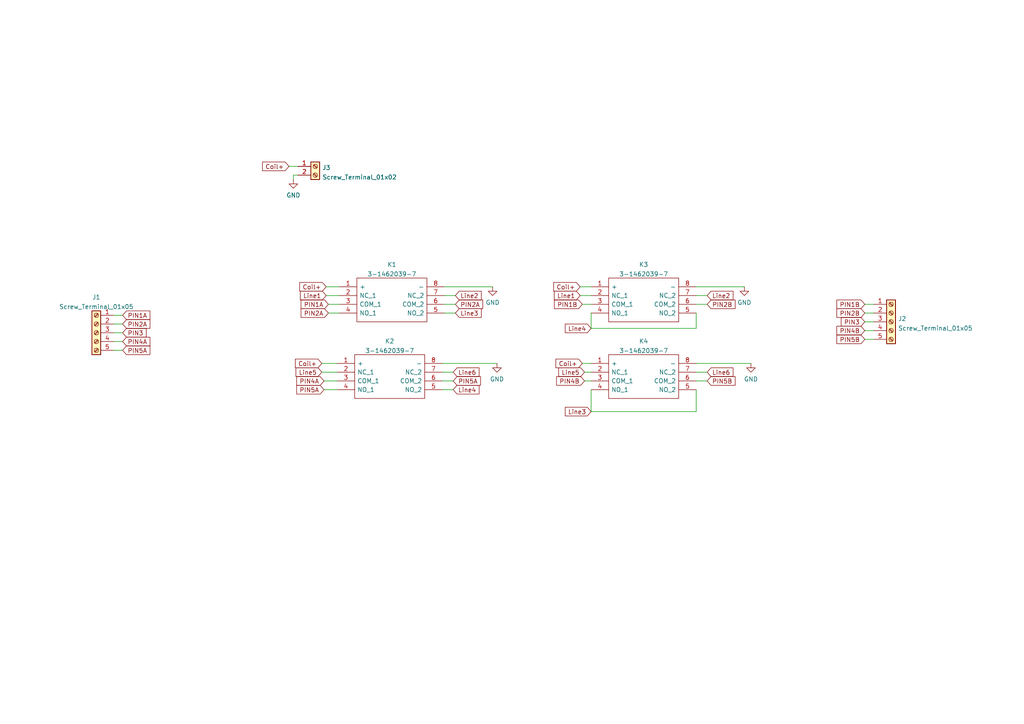
<source format=kicad_sch>
(kicad_sch (version 20211123) (generator eeschema)
  (paper "A4")
  (lib_symbols
    (symbol "Connector:Screw_Terminal_01x02" (pin_names (offset 1.016) hide)
      (property "Reference" "J" (at 0 2.54 0))
      (property "Value" "Screw_Terminal_01x02" (at 0 -5.08 0))
      (symbol "Screw_Terminal_01x02_1_1"
        (rectangle (start -1.27 1.27) (end 1.27 -3.81) (stroke (width 0.254)) (fill (type background)))
        (circle (center 0 -2.54) (radius 0.635) (stroke (width 0.1524)))
        (polyline (pts (xy -0.5334 -2.2098) (xy 0.3302 -3.048)) (stroke (width 0.1524)))
        (polyline (pts (xy -0.5334 0.3302) (xy 0.3302 -0.508)) (stroke (width 0.1524)))
        (polyline (pts (xy -0.3556 -2.032) (xy 0.508 -2.8702)) (stroke (width 0.1524)))
        (polyline (pts (xy -0.3556 0.508) (xy 0.508 -0.3302)) (stroke (width 0.1524)))
        (circle (center 0 0) (radius 0.635) (stroke (width 0.1524)))
        (pin passive line (at -5.08 0 0) (length 3.81) (name "Pin_1") (number "1"))
        (pin passive line (at -5.08 -2.54 0) (length 3.81) (name "Pin_2") (number "2"))
      )
    )
    (symbol "Connector:Screw_Terminal_01x05" (pin_names (offset 1.016) hide)
      (property "Reference" "J" (at 0 7.62 0))
      (property "Value" "Screw_Terminal_01x05" (at 0 -7.62 0))
      (symbol "Screw_Terminal_01x05_1_1"
        (rectangle (start -1.27 6.35) (end 1.27 -6.35) (stroke (width 0.254)) (fill (type background)))
        (circle (center 0 -5.08) (radius 0.635) (stroke (width 0.1524)))
        (circle (center 0 -2.54) (radius 0.635) (stroke (width 0.1524)))
        (polyline (pts (xy -0.5334 -4.7498) (xy 0.3302 -5.588)) (stroke (width 0.1524)))
        (polyline (pts (xy -0.5334 -2.2098) (xy 0.3302 -3.048)) (stroke (width 0.1524)))
        (polyline (pts (xy -0.5334 0.3302) (xy 0.3302 -0.508)) (stroke (width 0.1524)))
        (polyline (pts (xy -0.5334 2.8702) (xy 0.3302 2.032)) (stroke (width 0.1524)))
        (polyline (pts (xy -0.5334 5.4102) (xy 0.3302 4.572)) (stroke (width 0.1524)))
        (polyline (pts (xy -0.3556 -4.572) (xy 0.508 -5.4102)) (stroke (width 0.1524)))
        (polyline (pts (xy -0.3556 -2.032) (xy 0.508 -2.8702)) (stroke (width 0.1524)))
        (polyline (pts (xy -0.3556 0.508) (xy 0.508 -0.3302)) (stroke (width 0.1524)))
        (polyline (pts (xy -0.3556 3.048) (xy 0.508 2.2098)) (stroke (width 0.1524)))
        (polyline (pts (xy -0.3556 5.588) (xy 0.508 4.7498)) (stroke (width 0.1524)))
        (circle (center 0 0) (radius 0.635) (stroke (width 0.1524)))
        (circle (center 0 2.54) (radius 0.635) (stroke (width 0.1524)))
        (circle (center 0 5.08) (radius 0.635) (stroke (width 0.1524)))
        (pin passive line (at -5.08 5.08 0) (length 3.81) (name "Pin_1") (number "1"))
        (pin passive line (at -5.08 2.54 0) (length 3.81) (name "Pin_2") (number "2"))
        (pin passive line (at -5.08 0 0) (length 3.81) (name "Pin_3") (number "3"))
        (pin passive line (at -5.08 -2.54 0) (length 3.81) (name "Pin_4") (number "4"))
        (pin passive line (at -5.08 -5.08 0) (length 3.81) (name "Pin_5") (number "5"))
      )
    )
    (symbol "Samac_Sys:3-1462039-7" (pin_names (offset 0.762))
      (property "Reference" "K" (at 26.67 7.62 0))
      (property "Value" "3-1462039-7" (at 26.67 5.08 0))
      (symbol "3-1462039-7_0_0"
        (pin passive line (at 0 0 0) (length 5.08) (name "+") (number "1"))
        (pin passive line (at 0 -2.54 0) (length 5.08) (name "NC_1") (number "2"))
        (pin passive line (at 0 -5.08 0) (length 5.08) (name "COM_1") (number "3"))
        (pin passive line (at 0 -7.62 0) (length 5.08) (name "NO_1") (number "4"))
        (pin passive line (at 30.48 -7.62 180) (length 5.08) (name "NO_2") (number "5"))
        (pin passive line (at 30.48 -5.08 180) (length 5.08) (name "COM_2") (number "6"))
        (pin passive line (at 30.48 -2.54 180) (length 5.08) (name "NC_2") (number "7"))
        (pin passive line (at 30.48 0 180) (length 5.08) (name "-") (number "8"))
      )
      (symbol "3-1462039-7_0_1"
        (polyline (pts (xy 5.08 2.54) (xy 25.4 2.54) (xy 25.4 -10.16) (xy 5.08 -10.16) (xy 5.08 2.54)) (stroke (width 0.1524)))
      )
    )
    (symbol "power:GND" (power) (pin_names (offset 0))
      (property "Value" "GND" (at 0 -3.81 0))
      (symbol "GND_0_1"
        (polyline (pts (xy 0 0) (xy 0 -1.27) (xy 1.27 -1.27) (xy 0 -2.54) (xy -1.27 -1.27) (xy 0 -1.27)))
      )
      (symbol "GND_1_1"
        (pin power_in line (at 0 0 270) (length 0) hide (name "GND") (number "1"))
      )
    )
  )
  (wire (pts (xy 201.93 105.41) (xy 217.805 105.41)))
  (wire (pts (xy 83.82 48.26) (xy 86.36 48.26)))
  (wire (pts (xy 128.905 90.805) (xy 132.08 90.805)))
  (wire (pts (xy 171.45 90.805) (xy 171.45 95.25)))
  (wire (pts (xy 201.93 85.725) (xy 205.105 85.725)))
  (wire (pts (xy 201.93 88.265) (xy 205.105 88.265)))
  (wire (pts (xy 128.27 105.41) (xy 144.145 105.41)))
  (wire (pts (xy 33.02 101.6) (xy 35.56 101.6)))
  (wire (pts (xy 201.93 119.38) (xy 171.45 119.38)))
  (wire (pts (xy 250.825 90.805) (xy 253.365 90.805)))
  (wire (pts (xy 201.93 83.185) (xy 215.9 83.185)))
  (wire (pts (xy 33.02 91.44) (xy 35.56 91.44)))
  (wire (pts (xy 168.91 105.41) (xy 171.45 105.41)))
  (wire (pts (xy 168.91 88.265) (xy 171.45 88.265)))
  (wire (pts (xy 201.93 107.95) (xy 205.105 107.95)))
  (wire (pts (xy 128.905 83.185) (xy 142.875 83.185)))
  (wire (pts (xy 95.25 88.265) (xy 98.425 88.265)))
  (wire (pts (xy 86.36 50.8) (xy 85.09 50.8)))
  (wire (pts (xy 94.615 85.725) (xy 98.425 85.725)))
  (wire (pts (xy 33.02 99.06) (xy 35.56 99.06)))
  (wire (pts (xy 93.98 113.03) (xy 97.79 113.03)))
  (wire (pts (xy 250.825 93.345) (xy 253.365 93.345)))
  (wire (pts (xy 85.09 50.8) (xy 85.09 52.07)))
  (wire (pts (xy 201.93 110.49) (xy 205.105 110.49)))
  (wire (pts (xy 93.345 105.41) (xy 97.79 105.41)))
  (wire (pts (xy 169.545 110.49) (xy 171.45 110.49)))
  (wire (pts (xy 201.93 90.805) (xy 201.93 95.25)))
  (wire (pts (xy 128.27 110.49) (xy 131.445 110.49)))
  (wire (pts (xy 250.825 98.425) (xy 253.365 98.425)))
  (wire (pts (xy 169.545 107.95) (xy 171.45 107.95)))
  (wire (pts (xy 171.45 95.25) (xy 201.93 95.25)))
  (wire (pts (xy 93.98 110.49) (xy 97.79 110.49)))
  (wire (pts (xy 33.02 96.52) (xy 35.56 96.52)))
  (wire (pts (xy 93.345 107.95) (xy 97.79 107.95)))
  (wire (pts (xy 128.905 88.265) (xy 132.08 88.265)))
  (wire (pts (xy 128.27 113.03) (xy 131.445 113.03)))
  (wire (pts (xy 33.02 93.98) (xy 35.56 93.98)))
  (wire (pts (xy 171.45 119.38) (xy 171.45 113.03)))
  (wire (pts (xy 168.275 85.725) (xy 171.45 85.725)))
  (wire (pts (xy 95.25 90.805) (xy 98.425 90.805)))
  (wire (pts (xy 128.27 107.95) (xy 131.445 107.95)))
  (wire (pts (xy 94.615 83.185) (xy 98.425 83.185)))
  (wire (pts (xy 128.905 85.725) (xy 132.08 85.725)))
  (wire (pts (xy 250.825 95.885) (xy 253.365 95.885)))
  (wire (pts (xy 168.275 83.185) (xy 171.45 83.185)))
  (wire (pts (xy 201.93 113.03) (xy 201.93 119.38)))
  (wire (pts (xy 250.825 88.265) (xy 253.365 88.265)))
  (global_label "Coil+" (shape input) (at 83.82 48.26 180) (property "Intersheet References" "${INTERSHEET_REFS}" (effects hide)))
  (global_label "Line5" (shape input) (at 93.345 107.95 180) (property "Intersheet References" "${INTERSHEET_REFS}" (effects hide)))
  (global_label "PIN5A" (shape input) (at 93.98 113.03 180) (property "Intersheet References" "${INTERSHEET_REFS}" (effects hide)))
  (global_label "PIN2A" (shape input) (at 35.56 93.98 0) (property "Intersheet References" "${INTERSHEET_REFS}" (effects hide)))
  (global_label "PIN5A" (shape input) (at 35.56 101.6 0) (property "Intersheet References" "${INTERSHEET_REFS}" (effects hide)))
  (global_label "PIN2B" (shape input) (at 205.105 88.265 0) (property "Intersheet References" "${INTERSHEET_REFS}" (effects hide)))
  (global_label "PIN1A" (shape input) (at 95.25 88.265 180) (property "Intersheet References" "${INTERSHEET_REFS}" (effects hide)))
  (global_label "PIN4A" (shape input) (at 93.98 110.49 180) (property "Intersheet References" "${INTERSHEET_REFS}" (effects hide)))
  (global_label "Line5" (shape input) (at 169.545 107.95 180) (property "Intersheet References" "${INTERSHEET_REFS}" (effects hide)))
  (global_label "PIN1B" (shape input) (at 250.825 88.265 180) (property "Intersheet References" "${INTERSHEET_REFS}" (effects hide)))
  (global_label "Line2" (shape input) (at 205.105 85.725 0) (property "Intersheet References" "${INTERSHEET_REFS}" (effects hide)))
  (global_label "Coil+" (shape input) (at 168.275 83.185 180) (property "Intersheet References" "${INTERSHEET_REFS}" (effects hide)))
  (global_label "PIN4B" (shape input) (at 250.825 95.885 180) (property "Intersheet References" "${INTERSHEET_REFS}" (effects hide)))
  (global_label "Line6" (shape input) (at 131.445 107.95 0) (property "Intersheet References" "${INTERSHEET_REFS}" (effects hide)))
  (global_label "PIN4B" (shape input) (at 169.545 110.49 180) (property "Intersheet References" "${INTERSHEET_REFS}" (effects hide)))
  (global_label "Line4" (shape input) (at 131.445 113.03 0) (property "Intersheet References" "${INTERSHEET_REFS}" (effects hide)))
  (global_label "PIN5B" (shape input) (at 250.825 98.425 180) (property "Intersheet References" "${INTERSHEET_REFS}" (effects hide)))
  (global_label "Line1" (shape input) (at 94.615 85.725 180) (property "Intersheet References" "${INTERSHEET_REFS}" (effects hide)))
  (global_label "Line6" (shape input) (at 205.105 107.95 0) (property "Intersheet References" "${INTERSHEET_REFS}" (effects hide)))
  (global_label "Line3" (shape input) (at 132.08 90.805 0) (property "Intersheet References" "${INTERSHEET_REFS}" (effects hide)))
  (global_label "PIN5B" (shape input) (at 205.105 110.49 0) (property "Intersheet References" "${INTERSHEET_REFS}" (effects hide)))
  (global_label "Coil+" (shape input) (at 93.345 105.41 180) (property "Intersheet References" "${INTERSHEET_REFS}" (effects hide)))
  (global_label "Coil+" (shape input) (at 168.91 105.41 180) (property "Intersheet References" "${INTERSHEET_REFS}" (effects hide)))
  (global_label "PIN5A" (shape input) (at 131.445 110.49 0) (property "Intersheet References" "${INTERSHEET_REFS}" (effects hide)))
  (global_label "Line4" (shape input) (at 171.45 95.25 180) (property "Intersheet References" "${INTERSHEET_REFS}" (effects hide)))
  (global_label "Line3" (shape input) (at 171.45 119.38 180) (property "Intersheet References" "${INTERSHEET_REFS}" (effects hide)))
  (global_label "PIN3" (shape input) (at 35.56 96.52 0) (property "Intersheet References" "${INTERSHEET_REFS}" (effects hide)))
  (global_label "PIN2B" (shape input) (at 250.825 90.805 180) (property "Intersheet References" "${INTERSHEET_REFS}" (effects hide)))
  (global_label "PIN4A" (shape input) (at 35.56 99.06 0) (property "Intersheet References" "${INTERSHEET_REFS}" (effects hide)))
  (global_label "Line2" (shape input) (at 132.08 85.725 0) (property "Intersheet References" "${INTERSHEET_REFS}" (effects hide)))
  (global_label "PIN2A" (shape input) (at 132.08 88.265 0) (property "Intersheet References" "${INTERSHEET_REFS}" (effects hide)))
  (global_label "PIN2A" (shape input) (at 95.25 90.805 180) (property "Intersheet References" "${INTERSHEET_REFS}" (effects hide)))
  (global_label "Line1" (shape input) (at 168.275 85.725 180) (property "Intersheet References" "${INTERSHEET_REFS}" (effects hide)))
  (global_label "PIN3" (shape input) (at 250.825 93.345 180) (property "Intersheet References" "${INTERSHEET_REFS}" (effects hide)))
  (global_label "Coil+" (shape input) (at 94.615 83.185 180) (property "Intersheet References" "${INTERSHEET_REFS}" (effects hide)))
  (global_label "PIN1B" (shape input) (at 168.91 88.265 180) (property "Intersheet References" "${INTERSHEET_REFS}" (effects hide)))
  (global_label "PIN1A" (shape input) (at 35.56 91.44 0) (property "Intersheet References" "${INTERSHEET_REFS}" (effects hide)))
  (symbol (lib_id "power:GND") (at 217.805 105.41 0) (unit 1)
    (property "Reference" "#PWR05" (effects hide))
    (property "Value" "GND" (at 217.805 109.9725 0))
  )
  (symbol (lib_id "Samac_Sys:3-1462039-7") (at 171.45 105.41 0) (unit 1)
    (property "Reference" "K4" (at 186.69 98.9543 0))
    (property "Value" "3-1462039-7" (at 186.69 101.7294 0))
    (property "Footprint" "SamacSys_Parts:314620397" (effects hide))
    (property "Datasheet" "https://componentsearchengine.com/Datasheets/1/3-1462039-7.pdf" (effects hide))
    (property "Description" "Low Signal Relays - PCB IM07DGR=IM RELAY 200MW 24V" (effects hide))
    (property "Height" "5.65" (effects hide))
    (property "Mouser Part Number" "655-3-1462039-7" (effects hide))
    (property "Mouser Price/Stock" "https://www.mouser.co.uk/ProductDetail/TE-Connectivity-PB/3-1462039-7?qs=Jjm1Ddpf00v6JkYPKhYTew%3D%3D" (effects hide))
    (property "Manufacturer_Name" "TE Connectivity" (effects hide))
    (property "Manufacturer_Part_Number" "3-1462039-7" (effects hide))
  )
  (symbol (lib_id "power:GND") (at 142.875 83.185 0) (unit 1)
    (property "Reference" "#PWR02" (effects hide))
    (property "Value" "GND" (at 142.875 87.7475 0))
  )
  (symbol (lib_id "Samac_Sys:3-1462039-7") (at 171.45 83.185 0) (unit 1)
    (property "Reference" "K3" (at 186.69 76.7293 0))
    (property "Value" "3-1462039-7" (at 186.69 79.5044 0))
    (property "Footprint" "SamacSys_Parts:314620397" (effects hide))
    (property "Datasheet" "https://componentsearchengine.com/Datasheets/1/3-1462039-7.pdf" (effects hide))
    (property "Description" "Low Signal Relays - PCB IM07DGR=IM RELAY 200MW 24V" (effects hide))
    (property "Height" "5.65" (effects hide))
    (property "Mouser Part Number" "655-3-1462039-7" (effects hide))
    (property "Mouser Price/Stock" "https://www.mouser.co.uk/ProductDetail/TE-Connectivity-PB/3-1462039-7?qs=Jjm1Ddpf00v6JkYPKhYTew%3D%3D" (effects hide))
    (property "Manufacturer_Name" "TE Connectivity" (effects hide))
    (property "Manufacturer_Part_Number" "3-1462039-7" (effects hide))
  )
  (symbol (lib_id "Samac_Sys:3-1462039-7") (at 98.425 83.185 0) (unit 1)
    (property "Reference" "K1" (at 113.665 76.7293 0))
    (property "Value" "3-1462039-7" (at 113.665 79.5044 0))
    (property "Footprint" "SamacSys_Parts:314620397" (effects hide))
    (property "Datasheet" "https://componentsearchengine.com/Datasheets/1/3-1462039-7.pdf" (effects hide))
    (property "Description" "Low Signal Relays - PCB IM07DGR=IM RELAY 200MW 24V" (effects hide))
    (property "Height" "5.65" (effects hide))
    (property "Mouser Part Number" "655-3-1462039-7" (effects hide))
    (property "Mouser Price/Stock" "https://www.mouser.co.uk/ProductDetail/TE-Connectivity-PB/3-1462039-7?qs=Jjm1Ddpf00v6JkYPKhYTew%3D%3D" (effects hide))
    (property "Manufacturer_Name" "TE Connectivity" (effects hide))
    (property "Manufacturer_Part_Number" "3-1462039-7" (effects hide))
  )
  (symbol (lib_id "power:GND") (at 144.145 105.41 0) (unit 1)
    (property "Reference" "#PWR03" (effects hide))
    (property "Value" "GND" (at 144.145 109.9725 0))
  )
  (symbol (lib_id "power:GND") (at 85.09 52.07 0) (unit 1)
    (property "Reference" "#PWR01" (effects hide))
    (property "Value" "GND" (at 85.09 56.6325 0))
  )
  (symbol (lib_id "Samac_Sys:3-1462039-7") (at 97.79 105.41 0) (unit 1)
    (property "Reference" "K2" (at 113.03 98.9543 0))
    (property "Value" "3-1462039-7" (at 113.03 101.7294 0))
    (property "Footprint" "SamacSys_Parts:314620397" (effects hide))
    (property "Datasheet" "https://componentsearchengine.com/Datasheets/1/3-1462039-7.pdf" (effects hide))
    (property "Description" "Low Signal Relays - PCB IM07DGR=IM RELAY 200MW 24V" (effects hide))
    (property "Height" "5.65" (effects hide))
    (property "Mouser Part Number" "655-3-1462039-7" (effects hide))
    (property "Mouser Price/Stock" "https://www.mouser.co.uk/ProductDetail/TE-Connectivity-PB/3-1462039-7?qs=Jjm1Ddpf00v6JkYPKhYTew%3D%3D" (effects hide))
    (property "Manufacturer_Name" "TE Connectivity" (effects hide))
    (property "Manufacturer_Part_Number" "3-1462039-7" (effects hide))
  )
  (symbol (lib_id "power:GND") (at 215.9 83.185 0) (unit 1)
    (property "Reference" "#PWR04" (effects hide))
    (property "Value" "GND" (at 215.9 87.7475 0))
  )
  (symbol (lib_id "Connector:Screw_Terminal_01x05") (at 258.445 93.345 0) (unit 1)
    (property "Reference" "J2" (at 260.477 92.4365 0) (effects (justify left)))
    (property "Value" "Screw_Terminal_01x05" (at 260.477 95.2116 0) (effects (justify left)))
    (property "Footprint" "TerminalBlock:TerminalBlock_bornier-5_P5.08mm" (effects hide))
  )
  (symbol (lib_id "Connector:Screw_Terminal_01x02") (at 91.44 48.26 0) (unit 1)
    (property "Reference" "J3" (at 93.472 48.6215 0) (effects (justify left)))
    (property "Value" "Screw_Terminal_01x02" (at 93.472 51.3966 0) (effects (justify left)))
    (property "Footprint" "TerminalBlock:TerminalBlock_bornier-2_P5.08mm" (effects hide))
  )
  (symbol (lib_id "Connector:Screw_Terminal_01x05") (at 27.94 96.52 0) (mirror y) (unit 1)
    (property "Reference" "J1" (at 27.94 86.2035 0))
    (property "Value" "Screw_Terminal_01x05" (at 27.94 88.9786 0))
    (property "Footprint" "TerminalBlock:TerminalBlock_bornier-5_P5.08mm" (effects hide))
  )
)
</source>
